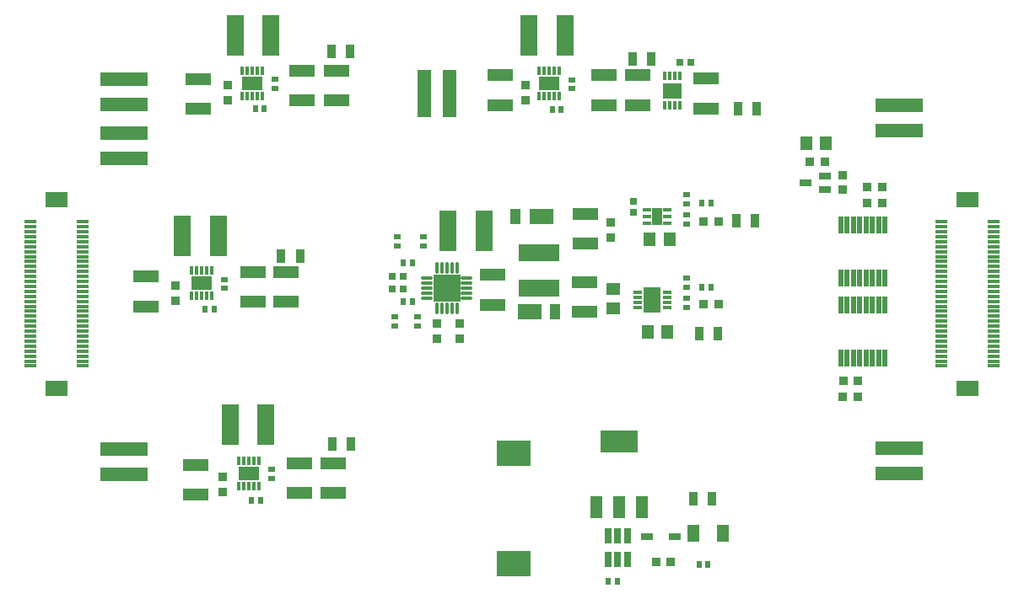
<source format=gtp>
G04 #@! TF.FileFunction,Paste,Top*
%FSLAX46Y46*%
G04 Gerber Fmt 4.6, Leading zero omitted, Abs format (unit mm)*
G04 Created by KiCad (PCBNEW (2015-04-19 BZR 5613)-product) date 7/11/2015 10:19:30 AM*
%MOMM*%
G01*
G04 APERTURE LIST*
%ADD10C,0.100000*%
%ADD11R,0.652400X0.752400*%
%ADD12R,0.752400X0.652400*%
%ADD13R,2.252400X1.552400*%
%ADD14R,1.152400X0.402400*%
%ADD15R,1.152400X1.402400*%
%ADD16R,0.952400X0.902400*%
%ADD17R,0.902400X0.952400*%
%ADD18R,2.652400X1.152400*%
%ADD19R,1.402400X1.152400*%
%ADD20R,1.152400X1.752400*%
%ADD21R,2.352400X1.552400*%
%ADD22R,1.052400X1.552400*%
%ADD23R,1.202400X0.702400*%
%ADD24R,1.652400X4.152400*%
%ADD25R,3.352400X2.652400*%
%ADD26R,4.152400X1.652400*%
%ADD27R,4.724400X1.422400*%
%ADD28R,1.422400X4.724400*%
%ADD29R,3.810000X2.184400*%
%ADD30R,1.168400X2.184400*%
%ADD31R,0.752400X0.552400*%
%ADD32R,0.552400X0.752400*%
%ADD33R,1.153160X0.751840*%
%ADD34R,0.402400X0.952400*%
%ADD35R,1.892400X1.602400*%
%ADD36R,0.852400X0.452400*%
%ADD37R,1.052400X1.752400*%
%ADD38R,0.952400X0.452400*%
%ADD39R,1.792400X2.532400*%
%ADD40R,0.712400X1.482400*%
%ADD41R,0.512400X1.752400*%
%ADD42R,0.432400X0.952400*%
%ADD43R,2.152400X1.352400*%
%ADD44O,0.402400X1.152400*%
%ADD45O,1.152400X0.402400*%
%ADD46R,2.752400X2.752400*%
%ADD47R,0.852400X1.452400*%
G04 APERTURE END LIST*
D10*
D11*
X151892000Y-98687800D03*
X151892000Y-99787800D03*
D12*
X127694600Y-107442000D03*
X128794600Y-107442000D03*
D13*
X93980000Y-117450000D03*
D14*
X91330000Y-100700000D03*
X91330000Y-101200000D03*
X91330000Y-101700000D03*
X91330000Y-102200000D03*
X91330000Y-102700000D03*
X91330000Y-103200000D03*
X91330000Y-103700000D03*
X91330000Y-104200000D03*
X91330000Y-104700000D03*
X91330000Y-105200000D03*
X91330000Y-105700000D03*
X91330000Y-106200000D03*
X91330000Y-106700000D03*
X91330000Y-107200000D03*
X91330000Y-107700000D03*
X91330000Y-108200000D03*
X91330000Y-108700000D03*
X91330000Y-109200000D03*
X91330000Y-109700000D03*
X91330000Y-110200000D03*
X91330000Y-110700000D03*
X91330000Y-111200000D03*
X91330000Y-111700000D03*
X91330000Y-112200000D03*
X91330000Y-112700000D03*
X91330000Y-113200000D03*
X91330000Y-113700000D03*
X91330000Y-114200000D03*
X91330000Y-114700000D03*
X91330000Y-115200000D03*
X96630000Y-100700000D03*
X96630000Y-101200000D03*
X96630000Y-101700000D03*
X96630000Y-102200000D03*
X96630000Y-102700000D03*
X96630000Y-103200000D03*
X96630000Y-103700000D03*
X96630000Y-104200000D03*
X96630000Y-104700000D03*
X96630000Y-105200000D03*
X96630000Y-105700000D03*
X96630000Y-106200000D03*
X96630000Y-106700000D03*
X96630000Y-107200000D03*
X96630000Y-107700000D03*
X96630000Y-108200000D03*
X96630000Y-108700000D03*
X96630000Y-109200000D03*
X96630000Y-109700000D03*
X96630000Y-110200000D03*
X96630000Y-110700000D03*
X96630000Y-111200000D03*
X96630000Y-111700000D03*
X96630000Y-112200000D03*
X96630000Y-112700000D03*
X96630000Y-113200000D03*
X96630000Y-113700000D03*
X96630000Y-114200000D03*
X96630000Y-114700000D03*
X96630000Y-115200000D03*
D13*
X93980000Y-98450000D03*
X185420000Y-117450000D03*
D14*
X182770000Y-100700000D03*
X182770000Y-101200000D03*
X182770000Y-101700000D03*
X182770000Y-102200000D03*
X182770000Y-102700000D03*
X182770000Y-103200000D03*
X182770000Y-103700000D03*
X182770000Y-104200000D03*
X182770000Y-104700000D03*
X182770000Y-105200000D03*
X182770000Y-105700000D03*
X182770000Y-106200000D03*
X182770000Y-106700000D03*
X182770000Y-107200000D03*
X182770000Y-107700000D03*
X182770000Y-108200000D03*
X182770000Y-108700000D03*
X182770000Y-109200000D03*
X182770000Y-109700000D03*
X182770000Y-110200000D03*
X182770000Y-110700000D03*
X182770000Y-111200000D03*
X182770000Y-111700000D03*
X182770000Y-112200000D03*
X182770000Y-112700000D03*
X182770000Y-113200000D03*
X182770000Y-113700000D03*
X182770000Y-114200000D03*
X182770000Y-114700000D03*
X182770000Y-115200000D03*
X188070000Y-100700000D03*
X188070000Y-101200000D03*
X188070000Y-101700000D03*
X188070000Y-102200000D03*
X188070000Y-102700000D03*
X188070000Y-103200000D03*
X188070000Y-103700000D03*
X188070000Y-104200000D03*
X188070000Y-104700000D03*
X188070000Y-105200000D03*
X188070000Y-105700000D03*
X188070000Y-106200000D03*
X188070000Y-106700000D03*
X188070000Y-107200000D03*
X188070000Y-107700000D03*
X188070000Y-108200000D03*
X188070000Y-108700000D03*
X188070000Y-109200000D03*
X188070000Y-109700000D03*
X188070000Y-110200000D03*
X188070000Y-110700000D03*
X188070000Y-111200000D03*
X188070000Y-111700000D03*
X188070000Y-112200000D03*
X188070000Y-112700000D03*
X188070000Y-113200000D03*
X188070000Y-113700000D03*
X188070000Y-114200000D03*
X188070000Y-114700000D03*
X188070000Y-115200000D03*
D13*
X185420000Y-98450000D03*
D15*
X169205400Y-92786200D03*
X171205400Y-92786200D03*
D16*
X169607800Y-94691200D03*
X171107800Y-94691200D03*
D17*
X172872400Y-97498600D03*
X172872400Y-95998600D03*
D16*
X176873600Y-97180400D03*
X175373600Y-97180400D03*
X172909800Y-118287800D03*
X174409800Y-118287800D03*
X176873600Y-98806000D03*
X175373600Y-98806000D03*
X172935200Y-116687600D03*
X174435200Y-116687600D03*
D18*
X107950000Y-125144400D03*
X107950000Y-128144400D03*
X108204000Y-86333200D03*
X108204000Y-89333200D03*
X102946200Y-106221400D03*
X102946200Y-109221400D03*
D17*
X110667800Y-126351600D03*
X110667800Y-127851600D03*
X111150400Y-86956200D03*
X111150400Y-88456200D03*
X105918000Y-107149200D03*
X105918000Y-108649200D03*
D18*
X118364000Y-124941200D03*
X118364000Y-127941200D03*
X118643400Y-85495000D03*
X118643400Y-88495000D03*
X113665000Y-105764200D03*
X113665000Y-108764200D03*
X121767600Y-124941200D03*
X121767600Y-127941200D03*
X122047000Y-85495000D03*
X122047000Y-88495000D03*
X117017800Y-105764200D03*
X117017800Y-108764200D03*
D12*
X127694600Y-106146600D03*
X128794600Y-106146600D03*
D18*
X137756900Y-109030900D03*
X137756900Y-106030900D03*
D17*
X134442200Y-112459200D03*
X134442200Y-110959200D03*
D18*
X138480800Y-85977600D03*
X138480800Y-88977600D03*
D17*
X141071600Y-86981600D03*
X141071600Y-88481600D03*
X132130800Y-110959200D03*
X132130800Y-112459200D03*
D18*
X148945600Y-85977600D03*
X148945600Y-88977600D03*
X152273000Y-85977600D03*
X152273000Y-88977600D03*
X147040600Y-99896800D03*
X147040600Y-102896800D03*
X146939000Y-106754800D03*
X146939000Y-109754800D03*
D16*
X155639200Y-134848600D03*
X154139200Y-134848600D03*
D17*
X149631400Y-100799200D03*
X149631400Y-102299200D03*
D19*
X149834600Y-109432600D03*
X149834600Y-107432600D03*
D20*
X157859600Y-132029200D03*
X160859600Y-132029200D03*
D12*
X157649000Y-84683600D03*
X156549000Y-84683600D03*
D18*
X159181800Y-89307800D03*
X159181800Y-86307800D03*
D16*
X158914400Y-100660200D03*
X160414400Y-100660200D03*
X160439800Y-108940600D03*
X158939800Y-108940600D03*
D15*
X153508200Y-102463600D03*
X155508200Y-102463600D03*
X153305000Y-111785400D03*
X155305000Y-111785400D03*
D21*
X141503600Y-109728000D03*
D22*
X144053600Y-109728000D03*
D23*
X156035200Y-132334000D03*
X153235200Y-132334000D03*
D21*
X142620800Y-100152200D03*
D22*
X140070800Y-100152200D03*
D24*
X114982400Y-121081800D03*
X111382400Y-121081800D03*
X115515800Y-81940400D03*
X111915800Y-81940400D03*
X110232600Y-102082600D03*
X106632600Y-102082600D03*
D25*
X139827000Y-123990000D03*
X139827000Y-135090000D03*
D24*
X145005200Y-81965800D03*
X141405200Y-81965800D03*
D26*
X142430500Y-103775100D03*
X142430500Y-107375100D03*
D24*
X136877200Y-101650800D03*
X133277200Y-101650800D03*
D27*
X100711000Y-123545600D03*
X100711000Y-126085600D03*
X100711000Y-86410800D03*
X100711000Y-88950800D03*
X100711000Y-91821000D03*
X100711000Y-94361000D03*
X178562000Y-91516200D03*
X178562000Y-88976200D03*
D28*
X133426200Y-87833200D03*
X130886200Y-87833200D03*
D27*
X178562000Y-125984000D03*
X178562000Y-123444000D03*
D29*
X150469600Y-122783600D03*
D30*
X150469600Y-129387600D03*
X152755600Y-129387600D03*
X148183600Y-129387600D03*
D31*
X115544600Y-125610200D03*
X115544600Y-126510200D03*
D32*
X114470600Y-128676400D03*
X113570600Y-128676400D03*
D31*
X115900200Y-86392600D03*
X115900200Y-87292600D03*
D32*
X114826200Y-89357200D03*
X113926200Y-89357200D03*
D31*
X110794800Y-106509400D03*
X110794800Y-107409400D03*
D32*
X109771600Y-109474000D03*
X108871600Y-109474000D03*
X128785200Y-104800400D03*
X129685200Y-104800400D03*
X128785200Y-108762800D03*
X129685200Y-108762800D03*
D31*
X128219200Y-103142200D03*
X128219200Y-102242200D03*
X130200400Y-111168600D03*
X130200400Y-110268600D03*
X130784600Y-103142200D03*
X130784600Y-102242200D03*
X145669000Y-86443400D03*
X145669000Y-87343400D03*
D32*
X144620400Y-89382600D03*
X143720400Y-89382600D03*
D31*
X127889000Y-111168600D03*
X127889000Y-110268600D03*
D32*
X158477800Y-135128000D03*
X159377800Y-135128000D03*
X150284600Y-136804400D03*
X149384600Y-136804400D03*
D31*
X157251400Y-106382400D03*
X157251400Y-107282400D03*
X157200600Y-100007000D03*
X157200600Y-100907000D03*
X157200600Y-97975000D03*
X157200600Y-98875000D03*
X157251400Y-108414400D03*
X157251400Y-109314400D03*
D32*
X159657200Y-98856800D03*
X158757200Y-98856800D03*
X159682600Y-107264200D03*
X158782600Y-107264200D03*
D33*
X171104560Y-96123760D03*
X171104560Y-97424240D03*
X169204640Y-96774000D03*
D34*
X155053600Y-89028400D03*
X155553600Y-89028400D03*
X156053600Y-89028400D03*
X156553600Y-89028400D03*
X155053600Y-86028400D03*
X155553600Y-86028400D03*
X156053600Y-86028400D03*
X156553600Y-86028400D03*
D35*
X155803600Y-87528400D03*
D36*
X155279600Y-100827600D03*
X155279600Y-100177600D03*
X155279600Y-99527600D03*
X153279600Y-100827600D03*
X153279600Y-100177600D03*
X153279600Y-99527600D03*
D37*
X154279600Y-100177600D03*
D38*
X155271600Y-109284200D03*
X155271600Y-108784200D03*
X155271600Y-108284200D03*
X155271600Y-107784200D03*
X152271600Y-109284200D03*
X152271600Y-108784200D03*
X152271600Y-108284200D03*
X152271600Y-107784200D03*
D39*
X153771600Y-108534200D03*
D40*
X149367200Y-134651600D03*
X150317200Y-134651600D03*
X151267200Y-134651600D03*
X149367200Y-132251600D03*
X150317200Y-132251600D03*
X151267200Y-132251600D03*
D41*
X172681900Y-114415000D03*
X173316900Y-114415000D03*
X173951900Y-114415000D03*
X174586900Y-114415000D03*
X175221900Y-114415000D03*
X175856900Y-114415000D03*
X176491900Y-114415000D03*
X177126900Y-114415000D03*
X172681900Y-109105000D03*
X173316900Y-109105000D03*
X173951900Y-109105000D03*
X174586900Y-109105000D03*
X175221900Y-109105000D03*
X175856900Y-109105000D03*
X176491900Y-109105000D03*
X177126900Y-109105000D03*
X177126900Y-101053200D03*
X176491900Y-101053200D03*
X175856900Y-101053200D03*
X175221900Y-101053200D03*
X174586900Y-101053200D03*
X173951900Y-101053200D03*
X173316900Y-101053200D03*
X172681900Y-101053200D03*
X177126900Y-106363200D03*
X176491900Y-106363200D03*
X175856900Y-106363200D03*
X175221900Y-106363200D03*
X174586900Y-106363200D03*
X173951900Y-106363200D03*
X173316900Y-106363200D03*
X172681900Y-106363200D03*
D42*
X144433800Y-85567200D03*
X143933800Y-85567200D03*
X143433800Y-85567200D03*
X142933800Y-85567200D03*
X142433800Y-85567200D03*
X144433800Y-88067200D03*
X143933800Y-88067200D03*
X143433800Y-88067200D03*
X142933800Y-88067200D03*
X142433800Y-88067200D03*
D43*
X143433800Y-86817200D03*
D42*
X109559600Y-105633200D03*
X109059600Y-105633200D03*
X108559600Y-105633200D03*
X108059600Y-105633200D03*
X107559600Y-105633200D03*
X109559600Y-108133200D03*
X109059600Y-108133200D03*
X108559600Y-108133200D03*
X108059600Y-108133200D03*
X107559600Y-108133200D03*
D43*
X108559600Y-106883200D03*
D42*
X114639600Y-85541800D03*
X114139600Y-85541800D03*
X113639600Y-85541800D03*
X113139600Y-85541800D03*
X112639600Y-85541800D03*
X114639600Y-88041800D03*
X114139600Y-88041800D03*
X113639600Y-88041800D03*
X113139600Y-88041800D03*
X112639600Y-88041800D03*
D43*
X113639600Y-86791800D03*
D42*
X114258600Y-124759400D03*
X113758600Y-124759400D03*
X113258600Y-124759400D03*
X112758600Y-124759400D03*
X112258600Y-124759400D03*
X114258600Y-127259400D03*
X113758600Y-127259400D03*
X113258600Y-127259400D03*
X112758600Y-127259400D03*
X112258600Y-127259400D03*
D43*
X113258600Y-126009400D03*
D44*
X134159500Y-105378500D03*
X133659500Y-105378500D03*
X133159500Y-105378500D03*
X132659500Y-105378500D03*
X132159500Y-105378500D03*
D45*
X131159500Y-106378500D03*
X131159500Y-106878500D03*
X131159500Y-107378500D03*
X131159500Y-107878500D03*
X131159500Y-108378500D03*
D44*
X132159500Y-109378500D03*
X132659500Y-109378500D03*
X133159500Y-109378500D03*
X133659500Y-109378500D03*
X134159500Y-109378500D03*
D45*
X135159500Y-108378500D03*
X135159500Y-107878500D03*
X135159500Y-107378500D03*
X135159500Y-106878500D03*
X135159500Y-106378500D03*
D46*
X133159500Y-107378500D03*
D47*
X123568500Y-123024900D03*
X121668500Y-123024900D03*
X123479600Y-83616800D03*
X121579600Y-83616800D03*
X118425000Y-104114600D03*
X116525000Y-104114600D03*
X153680200Y-84328000D03*
X151780200Y-84328000D03*
X159763500Y-128574800D03*
X157863500Y-128574800D03*
X164259300Y-89357200D03*
X162359300Y-89357200D03*
X164119600Y-100634800D03*
X162219600Y-100634800D03*
X160398500Y-111937800D03*
X158498500Y-111937800D03*
M02*

</source>
